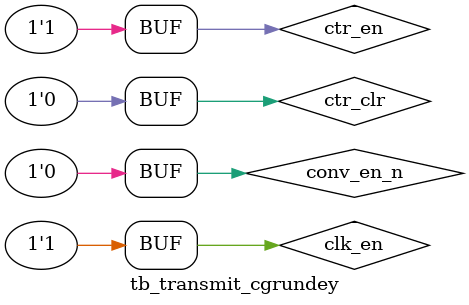
<source format=v>

`timescale 1ns/100ps

module tb_transmit_cgrundey();

  reg clk_en, ctr_clr, ctr_en, conv_en_n;
  wire clk_out;
  wire [11:0] reg_out;

  clk #(100) C1(clk_en, clk_out);
  transmit_cgrundey U1(clk_out, ctr_clr, ctr_en, conv_en_n, reg_out);

	initial begin
    clk_en = 1'b1; 			// enable clock
    conv_en_n = 1'b1; 	// disable converters
    ctr_en = 1'b0; 		// disable counter
    ctr_clr	 = 1'b0;
    #10 ctr_clr = 1'b1;  		// clear counter
    #40 ctr_clr = 1'b0;
    #50 ctr_en = 1'b1; 		// enable counter
    #50 conv_en_n = 1'b0; 	// enable converters
	end

endmodule

</source>
